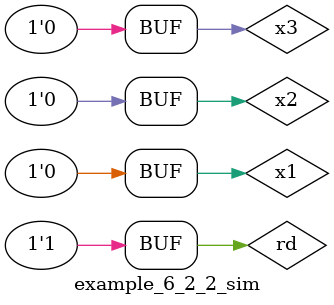
<source format=v>

`timescale 1ns / 1ps	

module example_6_2_2_sim();

    reg x1, x2, x3;
    reg y2, y1;
    wire z;
    reg rd;
    wire ny2, ny1;
    reg y2n, y1n;
                 
    example_6_2_2 U(.x1(x1), .x2(x2), .x3(x3), .y2(y2), .y2n(y2n), .y1(y1), .y1n(y1n), .rd(rd), .ny2(ny2), .ny1(ny1), .z(z));

    initial begin
         #0
         y2=0;
         y2n=1;
         y1=0;
         y1n=1;
         x1=0;
         x2=0;
         x3=0;
         rd=0;

         #5000
         rd=1;

         #15000
         x1=1;

         #10000
         x1=0;

         #20000 
         x2=1;

         #10000 
         x2=0;

         #20000 
         x1=1;

         #10000 
         x1=0;

         #20000 
         x3=1;

         #10000 
         x3=0;

         #20000 
         x1=1;

         #10000 
         x1=0;

         #20000 
         x2=1;

         #10000 
         x2=0;

         #20000 
         x3=1;

         #10000 
         x3=0;

         #20000 
         x1=1;

         #10000 
         x1=0;

         #20000 
         x3=1;

         #10000 
         x3=0;

         #20000 
         x2=1;

         #10000 
         x2=0;
    end

    always #1 begin y2 <= ny2; y2n <= ~ny2; y1 <= ny1; y1n <= ~ny1; end
    
endmodule
</source>
